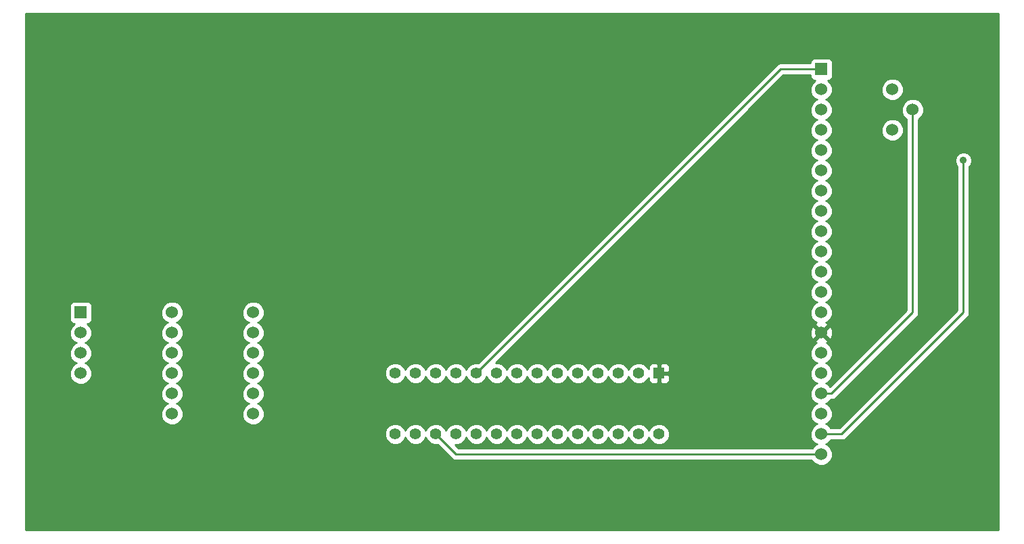
<source format=gbl>
G04 (created by PCBNEW (2013-07-07 BZR 4022)-stable) date 23/07/2015 14:49:57*
%MOIN*%
G04 Gerber Fmt 3.4, Leading zero omitted, Abs format*
%FSLAX34Y34*%
G01*
G70*
G90*
G04 APERTURE LIST*
%ADD10C,0.00590551*%
%ADD11C,0.06*%
%ADD12R,0.06X0.06*%
%ADD13C,0.055*%
%ADD14R,0.055X0.055*%
%ADD15C,0.035*%
%ADD16C,0.01*%
G04 APERTURE END LIST*
G54D10*
G54D11*
X111000Y-40000D03*
X110000Y-39000D03*
X110000Y-41000D03*
X106500Y-39000D03*
X106500Y-40000D03*
X106500Y-41000D03*
X106500Y-42000D03*
X106500Y-43000D03*
X106500Y-44000D03*
X106500Y-45000D03*
X106500Y-46000D03*
X106500Y-47000D03*
X106500Y-48000D03*
X106500Y-49000D03*
X106500Y-50000D03*
X106500Y-51000D03*
X106500Y-52000D03*
X106500Y-53000D03*
X106500Y-54000D03*
X106500Y-55000D03*
X106500Y-56000D03*
X106500Y-57000D03*
G54D12*
X106500Y-38000D03*
X70000Y-50000D03*
G54D11*
X70000Y-51000D03*
X70000Y-52000D03*
X70000Y-53000D03*
X74500Y-50000D03*
X74500Y-51000D03*
X74500Y-52000D03*
X74500Y-53000D03*
X74500Y-54000D03*
X74500Y-55000D03*
X78500Y-55000D03*
X78500Y-54000D03*
X78500Y-53000D03*
X78500Y-52000D03*
X78500Y-51000D03*
X78500Y-50000D03*
G54D13*
X97500Y-53000D03*
X96500Y-53000D03*
X95500Y-53000D03*
X94500Y-53000D03*
X93500Y-53000D03*
X92500Y-53000D03*
X91500Y-53000D03*
X90500Y-53000D03*
X89500Y-53000D03*
X88500Y-53000D03*
X87500Y-53000D03*
X86500Y-53000D03*
X85500Y-53000D03*
G54D14*
X98500Y-53000D03*
G54D13*
X85500Y-56000D03*
X86500Y-56000D03*
X87500Y-56000D03*
X88500Y-56000D03*
X89500Y-56000D03*
X90500Y-56000D03*
X91500Y-56000D03*
X92500Y-56000D03*
X93500Y-56000D03*
X94500Y-56000D03*
X95500Y-56000D03*
X96500Y-56000D03*
X97500Y-56000D03*
X98500Y-56000D03*
G54D15*
X113500Y-42500D03*
G54D16*
X106500Y-38000D02*
X104500Y-38000D01*
X104500Y-38000D02*
X89500Y-53000D01*
X106500Y-57000D02*
X88500Y-57000D01*
X88500Y-57000D02*
X87500Y-56000D01*
X106500Y-54000D02*
X107000Y-54000D01*
X111000Y-50000D02*
X111000Y-40000D01*
X107000Y-54000D02*
X111000Y-50000D01*
X107500Y-56000D02*
X106500Y-56000D01*
X113500Y-50000D02*
X107500Y-56000D01*
X113500Y-42500D02*
X113500Y-50000D01*
G54D10*
G36*
X115230Y-60730D02*
X113925Y-60730D01*
X113925Y-42415D01*
X113860Y-42259D01*
X113741Y-42139D01*
X113584Y-42075D01*
X113415Y-42074D01*
X113259Y-42139D01*
X113139Y-42258D01*
X113075Y-42415D01*
X113074Y-42584D01*
X113139Y-42740D01*
X113200Y-42801D01*
X113200Y-49875D01*
X107375Y-55700D01*
X106971Y-55700D01*
X106966Y-55688D01*
X106811Y-55534D01*
X106730Y-55500D01*
X106811Y-55466D01*
X106965Y-55311D01*
X107049Y-55109D01*
X107050Y-54891D01*
X106966Y-54688D01*
X106811Y-54534D01*
X106730Y-54500D01*
X106811Y-54466D01*
X106965Y-54311D01*
X106970Y-54300D01*
X107000Y-54300D01*
X107000Y-54299D01*
X107114Y-54277D01*
X107114Y-54277D01*
X107212Y-54212D01*
X111212Y-50212D01*
X111212Y-50212D01*
X111277Y-50114D01*
X111299Y-50000D01*
X111300Y-50000D01*
X111300Y-40471D01*
X111311Y-40466D01*
X111465Y-40311D01*
X111549Y-40109D01*
X111550Y-39891D01*
X111466Y-39688D01*
X111311Y-39534D01*
X111109Y-39450D01*
X110891Y-39449D01*
X110688Y-39533D01*
X110550Y-39671D01*
X110550Y-38891D01*
X110466Y-38688D01*
X110311Y-38534D01*
X110109Y-38450D01*
X109891Y-38449D01*
X109688Y-38533D01*
X109534Y-38688D01*
X109450Y-38890D01*
X109449Y-39108D01*
X109533Y-39311D01*
X109688Y-39465D01*
X109890Y-39549D01*
X110108Y-39550D01*
X110311Y-39466D01*
X110465Y-39311D01*
X110549Y-39109D01*
X110550Y-38891D01*
X110550Y-39671D01*
X110534Y-39688D01*
X110450Y-39890D01*
X110449Y-40108D01*
X110533Y-40311D01*
X110688Y-40465D01*
X110700Y-40470D01*
X110700Y-49875D01*
X110550Y-50025D01*
X110550Y-40891D01*
X110466Y-40688D01*
X110311Y-40534D01*
X110109Y-40450D01*
X109891Y-40449D01*
X109688Y-40533D01*
X109534Y-40688D01*
X109450Y-40890D01*
X109449Y-41108D01*
X109533Y-41311D01*
X109688Y-41465D01*
X109890Y-41549D01*
X110108Y-41550D01*
X110311Y-41466D01*
X110465Y-41311D01*
X110549Y-41109D01*
X110550Y-40891D01*
X110550Y-50025D01*
X107054Y-53520D01*
X107054Y-51081D01*
X107050Y-50988D01*
X107050Y-49891D01*
X106966Y-49688D01*
X106811Y-49534D01*
X106730Y-49500D01*
X106811Y-49466D01*
X106965Y-49311D01*
X107049Y-49109D01*
X107050Y-48891D01*
X106966Y-48688D01*
X106811Y-48534D01*
X106730Y-48500D01*
X106811Y-48466D01*
X106965Y-48311D01*
X107049Y-48109D01*
X107050Y-47891D01*
X106966Y-47688D01*
X106811Y-47534D01*
X106730Y-47500D01*
X106811Y-47466D01*
X106965Y-47311D01*
X107049Y-47109D01*
X107050Y-46891D01*
X106966Y-46688D01*
X106811Y-46534D01*
X106730Y-46500D01*
X106811Y-46466D01*
X106965Y-46311D01*
X107049Y-46109D01*
X107050Y-45891D01*
X106966Y-45688D01*
X106811Y-45534D01*
X106730Y-45500D01*
X106811Y-45466D01*
X106965Y-45311D01*
X107049Y-45109D01*
X107050Y-44891D01*
X106966Y-44688D01*
X106811Y-44534D01*
X106730Y-44500D01*
X106811Y-44466D01*
X106965Y-44311D01*
X107049Y-44109D01*
X107050Y-43891D01*
X106966Y-43688D01*
X106811Y-43534D01*
X106730Y-43500D01*
X106811Y-43466D01*
X106965Y-43311D01*
X107049Y-43109D01*
X107050Y-42891D01*
X106966Y-42688D01*
X106811Y-42534D01*
X106730Y-42500D01*
X106811Y-42466D01*
X106965Y-42311D01*
X107049Y-42109D01*
X107050Y-41891D01*
X106966Y-41688D01*
X106811Y-41534D01*
X106730Y-41500D01*
X106811Y-41466D01*
X106965Y-41311D01*
X107049Y-41109D01*
X107050Y-40891D01*
X106966Y-40688D01*
X106811Y-40534D01*
X106730Y-40500D01*
X106811Y-40466D01*
X106965Y-40311D01*
X107049Y-40109D01*
X107050Y-39891D01*
X106966Y-39688D01*
X106811Y-39534D01*
X106730Y-39500D01*
X106811Y-39466D01*
X106965Y-39311D01*
X107049Y-39109D01*
X107050Y-38891D01*
X106966Y-38688D01*
X106827Y-38550D01*
X106849Y-38550D01*
X106941Y-38512D01*
X107011Y-38441D01*
X107049Y-38349D01*
X107050Y-38250D01*
X107050Y-37650D01*
X107012Y-37558D01*
X106941Y-37488D01*
X106849Y-37450D01*
X106750Y-37449D01*
X106150Y-37449D01*
X106058Y-37487D01*
X105988Y-37558D01*
X105950Y-37650D01*
X105950Y-37700D01*
X104500Y-37700D01*
X104385Y-37722D01*
X104287Y-37787D01*
X89600Y-52475D01*
X89396Y-52474D01*
X89203Y-52554D01*
X89055Y-52702D01*
X88999Y-52835D01*
X88945Y-52703D01*
X88797Y-52555D01*
X88604Y-52475D01*
X88396Y-52474D01*
X88203Y-52554D01*
X88055Y-52702D01*
X87999Y-52835D01*
X87945Y-52703D01*
X87797Y-52555D01*
X87604Y-52475D01*
X87396Y-52474D01*
X87203Y-52554D01*
X87055Y-52702D01*
X86999Y-52835D01*
X86945Y-52703D01*
X86797Y-52555D01*
X86604Y-52475D01*
X86396Y-52474D01*
X86203Y-52554D01*
X86055Y-52702D01*
X85999Y-52835D01*
X85945Y-52703D01*
X85797Y-52555D01*
X85604Y-52475D01*
X85396Y-52474D01*
X85203Y-52554D01*
X85055Y-52702D01*
X84975Y-52895D01*
X84974Y-53103D01*
X85054Y-53297D01*
X85202Y-53444D01*
X85395Y-53524D01*
X85603Y-53525D01*
X85797Y-53445D01*
X85944Y-53297D01*
X86000Y-53164D01*
X86054Y-53297D01*
X86202Y-53444D01*
X86395Y-53524D01*
X86603Y-53525D01*
X86797Y-53445D01*
X86944Y-53297D01*
X87000Y-53164D01*
X87054Y-53297D01*
X87202Y-53444D01*
X87395Y-53524D01*
X87603Y-53525D01*
X87797Y-53445D01*
X87944Y-53297D01*
X88000Y-53164D01*
X88054Y-53297D01*
X88202Y-53444D01*
X88395Y-53524D01*
X88603Y-53525D01*
X88797Y-53445D01*
X88944Y-53297D01*
X89000Y-53164D01*
X89054Y-53297D01*
X89202Y-53444D01*
X89395Y-53524D01*
X89603Y-53525D01*
X89797Y-53445D01*
X89944Y-53297D01*
X90000Y-53164D01*
X90054Y-53297D01*
X90202Y-53444D01*
X90395Y-53524D01*
X90603Y-53525D01*
X90797Y-53445D01*
X90944Y-53297D01*
X91000Y-53164D01*
X91054Y-53297D01*
X91202Y-53444D01*
X91395Y-53524D01*
X91603Y-53525D01*
X91797Y-53445D01*
X91944Y-53297D01*
X92000Y-53164D01*
X92054Y-53297D01*
X92202Y-53444D01*
X92395Y-53524D01*
X92603Y-53525D01*
X92797Y-53445D01*
X92944Y-53297D01*
X93000Y-53164D01*
X93054Y-53297D01*
X93202Y-53444D01*
X93395Y-53524D01*
X93603Y-53525D01*
X93797Y-53445D01*
X93944Y-53297D01*
X94000Y-53164D01*
X94054Y-53297D01*
X94202Y-53444D01*
X94395Y-53524D01*
X94603Y-53525D01*
X94797Y-53445D01*
X94944Y-53297D01*
X95000Y-53164D01*
X95054Y-53297D01*
X95202Y-53444D01*
X95395Y-53524D01*
X95603Y-53525D01*
X95797Y-53445D01*
X95944Y-53297D01*
X96000Y-53164D01*
X96054Y-53297D01*
X96202Y-53444D01*
X96395Y-53524D01*
X96603Y-53525D01*
X96797Y-53445D01*
X96944Y-53297D01*
X97000Y-53164D01*
X97054Y-53297D01*
X97202Y-53444D01*
X97395Y-53524D01*
X97603Y-53525D01*
X97797Y-53445D01*
X97944Y-53297D01*
X97974Y-53225D01*
X97974Y-53225D01*
X97975Y-53324D01*
X98013Y-53416D01*
X98083Y-53487D01*
X98175Y-53525D01*
X98387Y-53525D01*
X98450Y-53462D01*
X98450Y-53050D01*
X98442Y-53050D01*
X98442Y-52950D01*
X98450Y-52950D01*
X98450Y-52537D01*
X98387Y-52475D01*
X98175Y-52474D01*
X98083Y-52512D01*
X98013Y-52583D01*
X97975Y-52675D01*
X97974Y-52774D01*
X97974Y-52774D01*
X97945Y-52703D01*
X97797Y-52555D01*
X97604Y-52475D01*
X97396Y-52474D01*
X97203Y-52554D01*
X97055Y-52702D01*
X96999Y-52835D01*
X96945Y-52703D01*
X96797Y-52555D01*
X96604Y-52475D01*
X96396Y-52474D01*
X96203Y-52554D01*
X96055Y-52702D01*
X95999Y-52835D01*
X95945Y-52703D01*
X95797Y-52555D01*
X95604Y-52475D01*
X95396Y-52474D01*
X95203Y-52554D01*
X95055Y-52702D01*
X94999Y-52835D01*
X94945Y-52703D01*
X94797Y-52555D01*
X94604Y-52475D01*
X94396Y-52474D01*
X94203Y-52554D01*
X94055Y-52702D01*
X93999Y-52835D01*
X93945Y-52703D01*
X93797Y-52555D01*
X93604Y-52475D01*
X93396Y-52474D01*
X93203Y-52554D01*
X93055Y-52702D01*
X92999Y-52835D01*
X92945Y-52703D01*
X92797Y-52555D01*
X92604Y-52475D01*
X92396Y-52474D01*
X92203Y-52554D01*
X92055Y-52702D01*
X91999Y-52835D01*
X91945Y-52703D01*
X91797Y-52555D01*
X91604Y-52475D01*
X91396Y-52474D01*
X91203Y-52554D01*
X91055Y-52702D01*
X90999Y-52835D01*
X90945Y-52703D01*
X90797Y-52555D01*
X90604Y-52475D01*
X90449Y-52474D01*
X104624Y-38300D01*
X105949Y-38300D01*
X105949Y-38349D01*
X105987Y-38441D01*
X106058Y-38511D01*
X106150Y-38549D01*
X106172Y-38549D01*
X106034Y-38688D01*
X105950Y-38890D01*
X105949Y-39108D01*
X106033Y-39311D01*
X106188Y-39465D01*
X106269Y-39499D01*
X106188Y-39533D01*
X106034Y-39688D01*
X105950Y-39890D01*
X105949Y-40108D01*
X106033Y-40311D01*
X106188Y-40465D01*
X106269Y-40499D01*
X106188Y-40533D01*
X106034Y-40688D01*
X105950Y-40890D01*
X105949Y-41108D01*
X106033Y-41311D01*
X106188Y-41465D01*
X106269Y-41499D01*
X106188Y-41533D01*
X106034Y-41688D01*
X105950Y-41890D01*
X105949Y-42108D01*
X106033Y-42311D01*
X106188Y-42465D01*
X106269Y-42499D01*
X106188Y-42533D01*
X106034Y-42688D01*
X105950Y-42890D01*
X105949Y-43108D01*
X106033Y-43311D01*
X106188Y-43465D01*
X106269Y-43499D01*
X106188Y-43533D01*
X106034Y-43688D01*
X105950Y-43890D01*
X105949Y-44108D01*
X106033Y-44311D01*
X106188Y-44465D01*
X106269Y-44499D01*
X106188Y-44533D01*
X106034Y-44688D01*
X105950Y-44890D01*
X105949Y-45108D01*
X106033Y-45311D01*
X106188Y-45465D01*
X106269Y-45499D01*
X106188Y-45533D01*
X106034Y-45688D01*
X105950Y-45890D01*
X105949Y-46108D01*
X106033Y-46311D01*
X106188Y-46465D01*
X106269Y-46499D01*
X106188Y-46533D01*
X106034Y-46688D01*
X105950Y-46890D01*
X105949Y-47108D01*
X106033Y-47311D01*
X106188Y-47465D01*
X106269Y-47499D01*
X106188Y-47533D01*
X106034Y-47688D01*
X105950Y-47890D01*
X105949Y-48108D01*
X106033Y-48311D01*
X106188Y-48465D01*
X106269Y-48499D01*
X106188Y-48533D01*
X106034Y-48688D01*
X105950Y-48890D01*
X105949Y-49108D01*
X106033Y-49311D01*
X106188Y-49465D01*
X106269Y-49499D01*
X106188Y-49533D01*
X106034Y-49688D01*
X105950Y-49890D01*
X105949Y-50108D01*
X106033Y-50311D01*
X106188Y-50465D01*
X106263Y-50497D01*
X106212Y-50518D01*
X106184Y-50614D01*
X106500Y-50929D01*
X106815Y-50614D01*
X106787Y-50518D01*
X106732Y-50499D01*
X106811Y-50466D01*
X106965Y-50311D01*
X107049Y-50109D01*
X107050Y-49891D01*
X107050Y-50988D01*
X107043Y-50863D01*
X106981Y-50712D01*
X106885Y-50684D01*
X106570Y-51000D01*
X106885Y-51315D01*
X106981Y-51287D01*
X107054Y-51081D01*
X107054Y-53520D01*
X106926Y-53648D01*
X106811Y-53534D01*
X106730Y-53500D01*
X106811Y-53466D01*
X106965Y-53311D01*
X107049Y-53109D01*
X107050Y-52891D01*
X106966Y-52688D01*
X106811Y-52534D01*
X106730Y-52500D01*
X106811Y-52466D01*
X106965Y-52311D01*
X107049Y-52109D01*
X107050Y-51891D01*
X106966Y-51688D01*
X106811Y-51534D01*
X106736Y-51502D01*
X106787Y-51481D01*
X106815Y-51385D01*
X106500Y-51070D01*
X106429Y-51141D01*
X106429Y-51000D01*
X106114Y-50684D01*
X106018Y-50712D01*
X105945Y-50918D01*
X105956Y-51136D01*
X106018Y-51287D01*
X106114Y-51315D01*
X106429Y-51000D01*
X106429Y-51141D01*
X106184Y-51385D01*
X106212Y-51481D01*
X106267Y-51500D01*
X106188Y-51533D01*
X106034Y-51688D01*
X105950Y-51890D01*
X105949Y-52108D01*
X106033Y-52311D01*
X106188Y-52465D01*
X106269Y-52499D01*
X106188Y-52533D01*
X106034Y-52688D01*
X105950Y-52890D01*
X105949Y-53108D01*
X106033Y-53311D01*
X106188Y-53465D01*
X106269Y-53499D01*
X106188Y-53533D01*
X106034Y-53688D01*
X105950Y-53890D01*
X105949Y-54108D01*
X106033Y-54311D01*
X106188Y-54465D01*
X106269Y-54499D01*
X106188Y-54533D01*
X106034Y-54688D01*
X105950Y-54890D01*
X105949Y-55108D01*
X106033Y-55311D01*
X106188Y-55465D01*
X106269Y-55499D01*
X106188Y-55533D01*
X106034Y-55688D01*
X105950Y-55890D01*
X105949Y-56108D01*
X106033Y-56311D01*
X106188Y-56465D01*
X106269Y-56499D01*
X106188Y-56533D01*
X106034Y-56688D01*
X106029Y-56700D01*
X88624Y-56700D01*
X88449Y-56524D01*
X88603Y-56525D01*
X88797Y-56445D01*
X88944Y-56297D01*
X89000Y-56164D01*
X89054Y-56297D01*
X89202Y-56444D01*
X89395Y-56524D01*
X89603Y-56525D01*
X89797Y-56445D01*
X89944Y-56297D01*
X90000Y-56164D01*
X90054Y-56297D01*
X90202Y-56444D01*
X90395Y-56524D01*
X90603Y-56525D01*
X90797Y-56445D01*
X90944Y-56297D01*
X91000Y-56164D01*
X91054Y-56297D01*
X91202Y-56444D01*
X91395Y-56524D01*
X91603Y-56525D01*
X91797Y-56445D01*
X91944Y-56297D01*
X92000Y-56164D01*
X92054Y-56297D01*
X92202Y-56444D01*
X92395Y-56524D01*
X92603Y-56525D01*
X92797Y-56445D01*
X92944Y-56297D01*
X93000Y-56164D01*
X93054Y-56297D01*
X93202Y-56444D01*
X93395Y-56524D01*
X93603Y-56525D01*
X93797Y-56445D01*
X93944Y-56297D01*
X94000Y-56164D01*
X94054Y-56297D01*
X94202Y-56444D01*
X94395Y-56524D01*
X94603Y-56525D01*
X94797Y-56445D01*
X94944Y-56297D01*
X95000Y-56164D01*
X95054Y-56297D01*
X95202Y-56444D01*
X95395Y-56524D01*
X95603Y-56525D01*
X95797Y-56445D01*
X95944Y-56297D01*
X96000Y-56164D01*
X96054Y-56297D01*
X96202Y-56444D01*
X96395Y-56524D01*
X96603Y-56525D01*
X96797Y-56445D01*
X96944Y-56297D01*
X97000Y-56164D01*
X97054Y-56297D01*
X97202Y-56444D01*
X97395Y-56524D01*
X97603Y-56525D01*
X97797Y-56445D01*
X97944Y-56297D01*
X98000Y-56164D01*
X98054Y-56297D01*
X98202Y-56444D01*
X98395Y-56524D01*
X98603Y-56525D01*
X98797Y-56445D01*
X98944Y-56297D01*
X99024Y-56104D01*
X99025Y-55896D01*
X99025Y-55895D01*
X99025Y-53225D01*
X99025Y-52774D01*
X99024Y-52675D01*
X98986Y-52583D01*
X98916Y-52512D01*
X98824Y-52474D01*
X98612Y-52475D01*
X98550Y-52537D01*
X98550Y-52950D01*
X98962Y-52950D01*
X99025Y-52887D01*
X99025Y-52774D01*
X99025Y-53225D01*
X99025Y-53112D01*
X98962Y-53050D01*
X98550Y-53050D01*
X98550Y-53462D01*
X98612Y-53525D01*
X98824Y-53525D01*
X98916Y-53487D01*
X98986Y-53416D01*
X99024Y-53324D01*
X99025Y-53225D01*
X99025Y-55895D01*
X98945Y-55703D01*
X98797Y-55555D01*
X98604Y-55475D01*
X98396Y-55474D01*
X98203Y-55554D01*
X98055Y-55702D01*
X97999Y-55835D01*
X97945Y-55703D01*
X97797Y-55555D01*
X97604Y-55475D01*
X97396Y-55474D01*
X97203Y-55554D01*
X97055Y-55702D01*
X96999Y-55835D01*
X96945Y-55703D01*
X96797Y-55555D01*
X96604Y-55475D01*
X96396Y-55474D01*
X96203Y-55554D01*
X96055Y-55702D01*
X95999Y-55835D01*
X95945Y-55703D01*
X95797Y-55555D01*
X95604Y-55475D01*
X95396Y-55474D01*
X95203Y-55554D01*
X95055Y-55702D01*
X94999Y-55835D01*
X94945Y-55703D01*
X94797Y-55555D01*
X94604Y-55475D01*
X94396Y-55474D01*
X94203Y-55554D01*
X94055Y-55702D01*
X93999Y-55835D01*
X93945Y-55703D01*
X93797Y-55555D01*
X93604Y-55475D01*
X93396Y-55474D01*
X93203Y-55554D01*
X93055Y-55702D01*
X92999Y-55835D01*
X92945Y-55703D01*
X92797Y-55555D01*
X92604Y-55475D01*
X92396Y-55474D01*
X92203Y-55554D01*
X92055Y-55702D01*
X91999Y-55835D01*
X91945Y-55703D01*
X91797Y-55555D01*
X91604Y-55475D01*
X91396Y-55474D01*
X91203Y-55554D01*
X91055Y-55702D01*
X90999Y-55835D01*
X90945Y-55703D01*
X90797Y-55555D01*
X90604Y-55475D01*
X90396Y-55474D01*
X90203Y-55554D01*
X90055Y-55702D01*
X89999Y-55835D01*
X89945Y-55703D01*
X89797Y-55555D01*
X89604Y-55475D01*
X89396Y-55474D01*
X89203Y-55554D01*
X89055Y-55702D01*
X88999Y-55835D01*
X88945Y-55703D01*
X88797Y-55555D01*
X88604Y-55475D01*
X88396Y-55474D01*
X88203Y-55554D01*
X88055Y-55702D01*
X87999Y-55835D01*
X87945Y-55703D01*
X87797Y-55555D01*
X87604Y-55475D01*
X87396Y-55474D01*
X87203Y-55554D01*
X87055Y-55702D01*
X86999Y-55835D01*
X86945Y-55703D01*
X86797Y-55555D01*
X86604Y-55475D01*
X86396Y-55474D01*
X86203Y-55554D01*
X86055Y-55702D01*
X85999Y-55835D01*
X85945Y-55703D01*
X85797Y-55555D01*
X85604Y-55475D01*
X85396Y-55474D01*
X85203Y-55554D01*
X85055Y-55702D01*
X84975Y-55895D01*
X84974Y-56103D01*
X85054Y-56297D01*
X85202Y-56444D01*
X85395Y-56524D01*
X85603Y-56525D01*
X85797Y-56445D01*
X85944Y-56297D01*
X86000Y-56164D01*
X86054Y-56297D01*
X86202Y-56444D01*
X86395Y-56524D01*
X86603Y-56525D01*
X86797Y-56445D01*
X86944Y-56297D01*
X87000Y-56164D01*
X87054Y-56297D01*
X87202Y-56444D01*
X87395Y-56524D01*
X87600Y-56525D01*
X88287Y-57212D01*
X88287Y-57212D01*
X88385Y-57277D01*
X88500Y-57300D01*
X106028Y-57300D01*
X106033Y-57311D01*
X106188Y-57465D01*
X106390Y-57549D01*
X106608Y-57550D01*
X106811Y-57466D01*
X106965Y-57311D01*
X107049Y-57109D01*
X107050Y-56891D01*
X106966Y-56688D01*
X106811Y-56534D01*
X106730Y-56500D01*
X106811Y-56466D01*
X106965Y-56311D01*
X106970Y-56300D01*
X107500Y-56300D01*
X107500Y-56299D01*
X107614Y-56277D01*
X107614Y-56277D01*
X107712Y-56212D01*
X113712Y-50212D01*
X113712Y-50212D01*
X113777Y-50114D01*
X113799Y-50000D01*
X113800Y-50000D01*
X113800Y-42801D01*
X113860Y-42741D01*
X113924Y-42584D01*
X113925Y-42415D01*
X113925Y-60730D01*
X79050Y-60730D01*
X79050Y-54891D01*
X78966Y-54688D01*
X78811Y-54534D01*
X78730Y-54500D01*
X78811Y-54466D01*
X78965Y-54311D01*
X79049Y-54109D01*
X79050Y-53891D01*
X78966Y-53688D01*
X78811Y-53534D01*
X78730Y-53500D01*
X78811Y-53466D01*
X78965Y-53311D01*
X79049Y-53109D01*
X79050Y-52891D01*
X78966Y-52688D01*
X78811Y-52534D01*
X78730Y-52500D01*
X78811Y-52466D01*
X78965Y-52311D01*
X79049Y-52109D01*
X79050Y-51891D01*
X78966Y-51688D01*
X78811Y-51534D01*
X78730Y-51500D01*
X78811Y-51466D01*
X78965Y-51311D01*
X79049Y-51109D01*
X79050Y-50891D01*
X78966Y-50688D01*
X78811Y-50534D01*
X78730Y-50500D01*
X78811Y-50466D01*
X78965Y-50311D01*
X79049Y-50109D01*
X79050Y-49891D01*
X78966Y-49688D01*
X78811Y-49534D01*
X78609Y-49450D01*
X78391Y-49449D01*
X78188Y-49533D01*
X78034Y-49688D01*
X77950Y-49890D01*
X77949Y-50108D01*
X78033Y-50311D01*
X78188Y-50465D01*
X78269Y-50499D01*
X78188Y-50533D01*
X78034Y-50688D01*
X77950Y-50890D01*
X77949Y-51108D01*
X78033Y-51311D01*
X78188Y-51465D01*
X78269Y-51499D01*
X78188Y-51533D01*
X78034Y-51688D01*
X77950Y-51890D01*
X77949Y-52108D01*
X78033Y-52311D01*
X78188Y-52465D01*
X78269Y-52499D01*
X78188Y-52533D01*
X78034Y-52688D01*
X77950Y-52890D01*
X77949Y-53108D01*
X78033Y-53311D01*
X78188Y-53465D01*
X78269Y-53499D01*
X78188Y-53533D01*
X78034Y-53688D01*
X77950Y-53890D01*
X77949Y-54108D01*
X78033Y-54311D01*
X78188Y-54465D01*
X78269Y-54499D01*
X78188Y-54533D01*
X78034Y-54688D01*
X77950Y-54890D01*
X77949Y-55108D01*
X78033Y-55311D01*
X78188Y-55465D01*
X78390Y-55549D01*
X78608Y-55550D01*
X78811Y-55466D01*
X78965Y-55311D01*
X79049Y-55109D01*
X79050Y-54891D01*
X79050Y-60730D01*
X75050Y-60730D01*
X75050Y-54891D01*
X74966Y-54688D01*
X74811Y-54534D01*
X74730Y-54500D01*
X74811Y-54466D01*
X74965Y-54311D01*
X75049Y-54109D01*
X75050Y-53891D01*
X74966Y-53688D01*
X74811Y-53534D01*
X74730Y-53500D01*
X74811Y-53466D01*
X74965Y-53311D01*
X75049Y-53109D01*
X75050Y-52891D01*
X74966Y-52688D01*
X74811Y-52534D01*
X74730Y-52500D01*
X74811Y-52466D01*
X74965Y-52311D01*
X75049Y-52109D01*
X75050Y-51891D01*
X74966Y-51688D01*
X74811Y-51534D01*
X74730Y-51500D01*
X74811Y-51466D01*
X74965Y-51311D01*
X75049Y-51109D01*
X75050Y-50891D01*
X74966Y-50688D01*
X74811Y-50534D01*
X74730Y-50500D01*
X74811Y-50466D01*
X74965Y-50311D01*
X75049Y-50109D01*
X75050Y-49891D01*
X74966Y-49688D01*
X74811Y-49534D01*
X74609Y-49450D01*
X74391Y-49449D01*
X74188Y-49533D01*
X74034Y-49688D01*
X73950Y-49890D01*
X73949Y-50108D01*
X74033Y-50311D01*
X74188Y-50465D01*
X74269Y-50499D01*
X74188Y-50533D01*
X74034Y-50688D01*
X73950Y-50890D01*
X73949Y-51108D01*
X74033Y-51311D01*
X74188Y-51465D01*
X74269Y-51499D01*
X74188Y-51533D01*
X74034Y-51688D01*
X73950Y-51890D01*
X73949Y-52108D01*
X74033Y-52311D01*
X74188Y-52465D01*
X74269Y-52499D01*
X74188Y-52533D01*
X74034Y-52688D01*
X73950Y-52890D01*
X73949Y-53108D01*
X74033Y-53311D01*
X74188Y-53465D01*
X74269Y-53499D01*
X74188Y-53533D01*
X74034Y-53688D01*
X73950Y-53890D01*
X73949Y-54108D01*
X74033Y-54311D01*
X74188Y-54465D01*
X74269Y-54499D01*
X74188Y-54533D01*
X74034Y-54688D01*
X73950Y-54890D01*
X73949Y-55108D01*
X74033Y-55311D01*
X74188Y-55465D01*
X74390Y-55549D01*
X74608Y-55550D01*
X74811Y-55466D01*
X74965Y-55311D01*
X75049Y-55109D01*
X75050Y-54891D01*
X75050Y-60730D01*
X70550Y-60730D01*
X70550Y-52891D01*
X70466Y-52688D01*
X70311Y-52534D01*
X70230Y-52500D01*
X70311Y-52466D01*
X70465Y-52311D01*
X70549Y-52109D01*
X70550Y-51891D01*
X70466Y-51688D01*
X70311Y-51534D01*
X70230Y-51500D01*
X70311Y-51466D01*
X70465Y-51311D01*
X70549Y-51109D01*
X70550Y-50891D01*
X70466Y-50688D01*
X70327Y-50550D01*
X70349Y-50550D01*
X70441Y-50512D01*
X70511Y-50441D01*
X70549Y-50349D01*
X70550Y-50250D01*
X70550Y-49650D01*
X70512Y-49558D01*
X70441Y-49488D01*
X70349Y-49450D01*
X70250Y-49449D01*
X69650Y-49449D01*
X69558Y-49487D01*
X69488Y-49558D01*
X69450Y-49650D01*
X69449Y-49749D01*
X69449Y-50349D01*
X69487Y-50441D01*
X69558Y-50511D01*
X69650Y-50549D01*
X69672Y-50549D01*
X69534Y-50688D01*
X69450Y-50890D01*
X69449Y-51108D01*
X69533Y-51311D01*
X69688Y-51465D01*
X69769Y-51499D01*
X69688Y-51533D01*
X69534Y-51688D01*
X69450Y-51890D01*
X69449Y-52108D01*
X69533Y-52311D01*
X69688Y-52465D01*
X69769Y-52499D01*
X69688Y-52533D01*
X69534Y-52688D01*
X69450Y-52890D01*
X69449Y-53108D01*
X69533Y-53311D01*
X69688Y-53465D01*
X69890Y-53549D01*
X70108Y-53550D01*
X70311Y-53466D01*
X70465Y-53311D01*
X70549Y-53109D01*
X70550Y-52891D01*
X70550Y-60730D01*
X67269Y-60730D01*
X67269Y-35269D01*
X67500Y-35269D01*
X115230Y-35269D01*
X115230Y-60730D01*
X115230Y-60730D01*
G37*
G54D16*
X115230Y-60730D02*
X113925Y-60730D01*
X113925Y-42415D01*
X113860Y-42259D01*
X113741Y-42139D01*
X113584Y-42075D01*
X113415Y-42074D01*
X113259Y-42139D01*
X113139Y-42258D01*
X113075Y-42415D01*
X113074Y-42584D01*
X113139Y-42740D01*
X113200Y-42801D01*
X113200Y-49875D01*
X107375Y-55700D01*
X106971Y-55700D01*
X106966Y-55688D01*
X106811Y-55534D01*
X106730Y-55500D01*
X106811Y-55466D01*
X106965Y-55311D01*
X107049Y-55109D01*
X107050Y-54891D01*
X106966Y-54688D01*
X106811Y-54534D01*
X106730Y-54500D01*
X106811Y-54466D01*
X106965Y-54311D01*
X106970Y-54300D01*
X107000Y-54300D01*
X107000Y-54299D01*
X107114Y-54277D01*
X107114Y-54277D01*
X107212Y-54212D01*
X111212Y-50212D01*
X111212Y-50212D01*
X111277Y-50114D01*
X111299Y-50000D01*
X111300Y-50000D01*
X111300Y-40471D01*
X111311Y-40466D01*
X111465Y-40311D01*
X111549Y-40109D01*
X111550Y-39891D01*
X111466Y-39688D01*
X111311Y-39534D01*
X111109Y-39450D01*
X110891Y-39449D01*
X110688Y-39533D01*
X110550Y-39671D01*
X110550Y-38891D01*
X110466Y-38688D01*
X110311Y-38534D01*
X110109Y-38450D01*
X109891Y-38449D01*
X109688Y-38533D01*
X109534Y-38688D01*
X109450Y-38890D01*
X109449Y-39108D01*
X109533Y-39311D01*
X109688Y-39465D01*
X109890Y-39549D01*
X110108Y-39550D01*
X110311Y-39466D01*
X110465Y-39311D01*
X110549Y-39109D01*
X110550Y-38891D01*
X110550Y-39671D01*
X110534Y-39688D01*
X110450Y-39890D01*
X110449Y-40108D01*
X110533Y-40311D01*
X110688Y-40465D01*
X110700Y-40470D01*
X110700Y-49875D01*
X110550Y-50025D01*
X110550Y-40891D01*
X110466Y-40688D01*
X110311Y-40534D01*
X110109Y-40450D01*
X109891Y-40449D01*
X109688Y-40533D01*
X109534Y-40688D01*
X109450Y-40890D01*
X109449Y-41108D01*
X109533Y-41311D01*
X109688Y-41465D01*
X109890Y-41549D01*
X110108Y-41550D01*
X110311Y-41466D01*
X110465Y-41311D01*
X110549Y-41109D01*
X110550Y-40891D01*
X110550Y-50025D01*
X107054Y-53520D01*
X107054Y-51081D01*
X107050Y-50988D01*
X107050Y-49891D01*
X106966Y-49688D01*
X106811Y-49534D01*
X106730Y-49500D01*
X106811Y-49466D01*
X106965Y-49311D01*
X107049Y-49109D01*
X107050Y-48891D01*
X106966Y-48688D01*
X106811Y-48534D01*
X106730Y-48500D01*
X106811Y-48466D01*
X106965Y-48311D01*
X107049Y-48109D01*
X107050Y-47891D01*
X106966Y-47688D01*
X106811Y-47534D01*
X106730Y-47500D01*
X106811Y-47466D01*
X106965Y-47311D01*
X107049Y-47109D01*
X107050Y-46891D01*
X106966Y-46688D01*
X106811Y-46534D01*
X106730Y-46500D01*
X106811Y-46466D01*
X106965Y-46311D01*
X107049Y-46109D01*
X107050Y-45891D01*
X106966Y-45688D01*
X106811Y-45534D01*
X106730Y-45500D01*
X106811Y-45466D01*
X106965Y-45311D01*
X107049Y-45109D01*
X107050Y-44891D01*
X106966Y-44688D01*
X106811Y-44534D01*
X106730Y-44500D01*
X106811Y-44466D01*
X106965Y-44311D01*
X107049Y-44109D01*
X107050Y-43891D01*
X106966Y-43688D01*
X106811Y-43534D01*
X106730Y-43500D01*
X106811Y-43466D01*
X106965Y-43311D01*
X107049Y-43109D01*
X107050Y-42891D01*
X106966Y-42688D01*
X106811Y-42534D01*
X106730Y-42500D01*
X106811Y-42466D01*
X106965Y-42311D01*
X107049Y-42109D01*
X107050Y-41891D01*
X106966Y-41688D01*
X106811Y-41534D01*
X106730Y-41500D01*
X106811Y-41466D01*
X106965Y-41311D01*
X107049Y-41109D01*
X107050Y-40891D01*
X106966Y-40688D01*
X106811Y-40534D01*
X106730Y-40500D01*
X106811Y-40466D01*
X106965Y-40311D01*
X107049Y-40109D01*
X107050Y-39891D01*
X106966Y-39688D01*
X106811Y-39534D01*
X106730Y-39500D01*
X106811Y-39466D01*
X106965Y-39311D01*
X107049Y-39109D01*
X107050Y-38891D01*
X106966Y-38688D01*
X106827Y-38550D01*
X106849Y-38550D01*
X106941Y-38512D01*
X107011Y-38441D01*
X107049Y-38349D01*
X107050Y-38250D01*
X107050Y-37650D01*
X107012Y-37558D01*
X106941Y-37488D01*
X106849Y-37450D01*
X106750Y-37449D01*
X106150Y-37449D01*
X106058Y-37487D01*
X105988Y-37558D01*
X105950Y-37650D01*
X105950Y-37700D01*
X104500Y-37700D01*
X104385Y-37722D01*
X104287Y-37787D01*
X89600Y-52475D01*
X89396Y-52474D01*
X89203Y-52554D01*
X89055Y-52702D01*
X88999Y-52835D01*
X88945Y-52703D01*
X88797Y-52555D01*
X88604Y-52475D01*
X88396Y-52474D01*
X88203Y-52554D01*
X88055Y-52702D01*
X87999Y-52835D01*
X87945Y-52703D01*
X87797Y-52555D01*
X87604Y-52475D01*
X87396Y-52474D01*
X87203Y-52554D01*
X87055Y-52702D01*
X86999Y-52835D01*
X86945Y-52703D01*
X86797Y-52555D01*
X86604Y-52475D01*
X86396Y-52474D01*
X86203Y-52554D01*
X86055Y-52702D01*
X85999Y-52835D01*
X85945Y-52703D01*
X85797Y-52555D01*
X85604Y-52475D01*
X85396Y-52474D01*
X85203Y-52554D01*
X85055Y-52702D01*
X84975Y-52895D01*
X84974Y-53103D01*
X85054Y-53297D01*
X85202Y-53444D01*
X85395Y-53524D01*
X85603Y-53525D01*
X85797Y-53445D01*
X85944Y-53297D01*
X86000Y-53164D01*
X86054Y-53297D01*
X86202Y-53444D01*
X86395Y-53524D01*
X86603Y-53525D01*
X86797Y-53445D01*
X86944Y-53297D01*
X87000Y-53164D01*
X87054Y-53297D01*
X87202Y-53444D01*
X87395Y-53524D01*
X87603Y-53525D01*
X87797Y-53445D01*
X87944Y-53297D01*
X88000Y-53164D01*
X88054Y-53297D01*
X88202Y-53444D01*
X88395Y-53524D01*
X88603Y-53525D01*
X88797Y-53445D01*
X88944Y-53297D01*
X89000Y-53164D01*
X89054Y-53297D01*
X89202Y-53444D01*
X89395Y-53524D01*
X89603Y-53525D01*
X89797Y-53445D01*
X89944Y-53297D01*
X90000Y-53164D01*
X90054Y-53297D01*
X90202Y-53444D01*
X90395Y-53524D01*
X90603Y-53525D01*
X90797Y-53445D01*
X90944Y-53297D01*
X91000Y-53164D01*
X91054Y-53297D01*
X91202Y-53444D01*
X91395Y-53524D01*
X91603Y-53525D01*
X91797Y-53445D01*
X91944Y-53297D01*
X92000Y-53164D01*
X92054Y-53297D01*
X92202Y-53444D01*
X92395Y-53524D01*
X92603Y-53525D01*
X92797Y-53445D01*
X92944Y-53297D01*
X93000Y-53164D01*
X93054Y-53297D01*
X93202Y-53444D01*
X93395Y-53524D01*
X93603Y-53525D01*
X93797Y-53445D01*
X93944Y-53297D01*
X94000Y-53164D01*
X94054Y-53297D01*
X94202Y-53444D01*
X94395Y-53524D01*
X94603Y-53525D01*
X94797Y-53445D01*
X94944Y-53297D01*
X95000Y-53164D01*
X95054Y-53297D01*
X95202Y-53444D01*
X95395Y-53524D01*
X95603Y-53525D01*
X95797Y-53445D01*
X95944Y-53297D01*
X96000Y-53164D01*
X96054Y-53297D01*
X96202Y-53444D01*
X96395Y-53524D01*
X96603Y-53525D01*
X96797Y-53445D01*
X96944Y-53297D01*
X97000Y-53164D01*
X97054Y-53297D01*
X97202Y-53444D01*
X97395Y-53524D01*
X97603Y-53525D01*
X97797Y-53445D01*
X97944Y-53297D01*
X97974Y-53225D01*
X97974Y-53225D01*
X97975Y-53324D01*
X98013Y-53416D01*
X98083Y-53487D01*
X98175Y-53525D01*
X98387Y-53525D01*
X98450Y-53462D01*
X98450Y-53050D01*
X98442Y-53050D01*
X98442Y-52950D01*
X98450Y-52950D01*
X98450Y-52537D01*
X98387Y-52475D01*
X98175Y-52474D01*
X98083Y-52512D01*
X98013Y-52583D01*
X97975Y-52675D01*
X97974Y-52774D01*
X97974Y-52774D01*
X97945Y-52703D01*
X97797Y-52555D01*
X97604Y-52475D01*
X97396Y-52474D01*
X97203Y-52554D01*
X97055Y-52702D01*
X96999Y-52835D01*
X96945Y-52703D01*
X96797Y-52555D01*
X96604Y-52475D01*
X96396Y-52474D01*
X96203Y-52554D01*
X96055Y-52702D01*
X95999Y-52835D01*
X95945Y-52703D01*
X95797Y-52555D01*
X95604Y-52475D01*
X95396Y-52474D01*
X95203Y-52554D01*
X95055Y-52702D01*
X94999Y-52835D01*
X94945Y-52703D01*
X94797Y-52555D01*
X94604Y-52475D01*
X94396Y-52474D01*
X94203Y-52554D01*
X94055Y-52702D01*
X93999Y-52835D01*
X93945Y-52703D01*
X93797Y-52555D01*
X93604Y-52475D01*
X93396Y-52474D01*
X93203Y-52554D01*
X93055Y-52702D01*
X92999Y-52835D01*
X92945Y-52703D01*
X92797Y-52555D01*
X92604Y-52475D01*
X92396Y-52474D01*
X92203Y-52554D01*
X92055Y-52702D01*
X91999Y-52835D01*
X91945Y-52703D01*
X91797Y-52555D01*
X91604Y-52475D01*
X91396Y-52474D01*
X91203Y-52554D01*
X91055Y-52702D01*
X90999Y-52835D01*
X90945Y-52703D01*
X90797Y-52555D01*
X90604Y-52475D01*
X90449Y-52474D01*
X104624Y-38300D01*
X105949Y-38300D01*
X105949Y-38349D01*
X105987Y-38441D01*
X106058Y-38511D01*
X106150Y-38549D01*
X106172Y-38549D01*
X106034Y-38688D01*
X105950Y-38890D01*
X105949Y-39108D01*
X106033Y-39311D01*
X106188Y-39465D01*
X106269Y-39499D01*
X106188Y-39533D01*
X106034Y-39688D01*
X105950Y-39890D01*
X105949Y-40108D01*
X106033Y-40311D01*
X106188Y-40465D01*
X106269Y-40499D01*
X106188Y-40533D01*
X106034Y-40688D01*
X105950Y-40890D01*
X105949Y-41108D01*
X106033Y-41311D01*
X106188Y-41465D01*
X106269Y-41499D01*
X106188Y-41533D01*
X106034Y-41688D01*
X105950Y-41890D01*
X105949Y-42108D01*
X106033Y-42311D01*
X106188Y-42465D01*
X106269Y-42499D01*
X106188Y-42533D01*
X106034Y-42688D01*
X105950Y-42890D01*
X105949Y-43108D01*
X106033Y-43311D01*
X106188Y-43465D01*
X106269Y-43499D01*
X106188Y-43533D01*
X106034Y-43688D01*
X105950Y-43890D01*
X105949Y-44108D01*
X106033Y-44311D01*
X106188Y-44465D01*
X106269Y-44499D01*
X106188Y-44533D01*
X106034Y-44688D01*
X105950Y-44890D01*
X105949Y-45108D01*
X106033Y-45311D01*
X106188Y-45465D01*
X106269Y-45499D01*
X106188Y-45533D01*
X106034Y-45688D01*
X105950Y-45890D01*
X105949Y-46108D01*
X106033Y-46311D01*
X106188Y-46465D01*
X106269Y-46499D01*
X106188Y-46533D01*
X106034Y-46688D01*
X105950Y-46890D01*
X105949Y-47108D01*
X106033Y-47311D01*
X106188Y-47465D01*
X106269Y-47499D01*
X106188Y-47533D01*
X106034Y-47688D01*
X105950Y-47890D01*
X105949Y-48108D01*
X106033Y-48311D01*
X106188Y-48465D01*
X106269Y-48499D01*
X106188Y-48533D01*
X106034Y-48688D01*
X105950Y-48890D01*
X105949Y-49108D01*
X106033Y-49311D01*
X106188Y-49465D01*
X106269Y-49499D01*
X106188Y-49533D01*
X106034Y-49688D01*
X105950Y-49890D01*
X105949Y-50108D01*
X106033Y-50311D01*
X106188Y-50465D01*
X106263Y-50497D01*
X106212Y-50518D01*
X106184Y-50614D01*
X106500Y-50929D01*
X106815Y-50614D01*
X106787Y-50518D01*
X106732Y-50499D01*
X106811Y-50466D01*
X106965Y-50311D01*
X107049Y-50109D01*
X107050Y-49891D01*
X107050Y-50988D01*
X107043Y-50863D01*
X106981Y-50712D01*
X106885Y-50684D01*
X106570Y-51000D01*
X106885Y-51315D01*
X106981Y-51287D01*
X107054Y-51081D01*
X107054Y-53520D01*
X106926Y-53648D01*
X106811Y-53534D01*
X106730Y-53500D01*
X106811Y-53466D01*
X106965Y-53311D01*
X107049Y-53109D01*
X107050Y-52891D01*
X106966Y-52688D01*
X106811Y-52534D01*
X106730Y-52500D01*
X106811Y-52466D01*
X106965Y-52311D01*
X107049Y-52109D01*
X107050Y-51891D01*
X106966Y-51688D01*
X106811Y-51534D01*
X106736Y-51502D01*
X106787Y-51481D01*
X106815Y-51385D01*
X106500Y-51070D01*
X106429Y-51141D01*
X106429Y-51000D01*
X106114Y-50684D01*
X106018Y-50712D01*
X105945Y-50918D01*
X105956Y-51136D01*
X106018Y-51287D01*
X106114Y-51315D01*
X106429Y-51000D01*
X106429Y-51141D01*
X106184Y-51385D01*
X106212Y-51481D01*
X106267Y-51500D01*
X106188Y-51533D01*
X106034Y-51688D01*
X105950Y-51890D01*
X105949Y-52108D01*
X106033Y-52311D01*
X106188Y-52465D01*
X106269Y-52499D01*
X106188Y-52533D01*
X106034Y-52688D01*
X105950Y-52890D01*
X105949Y-53108D01*
X106033Y-53311D01*
X106188Y-53465D01*
X106269Y-53499D01*
X106188Y-53533D01*
X106034Y-53688D01*
X105950Y-53890D01*
X105949Y-54108D01*
X106033Y-54311D01*
X106188Y-54465D01*
X106269Y-54499D01*
X106188Y-54533D01*
X106034Y-54688D01*
X105950Y-54890D01*
X105949Y-55108D01*
X106033Y-55311D01*
X106188Y-55465D01*
X106269Y-55499D01*
X106188Y-55533D01*
X106034Y-55688D01*
X105950Y-55890D01*
X105949Y-56108D01*
X106033Y-56311D01*
X106188Y-56465D01*
X106269Y-56499D01*
X106188Y-56533D01*
X106034Y-56688D01*
X106029Y-56700D01*
X88624Y-56700D01*
X88449Y-56524D01*
X88603Y-56525D01*
X88797Y-56445D01*
X88944Y-56297D01*
X89000Y-56164D01*
X89054Y-56297D01*
X89202Y-56444D01*
X89395Y-56524D01*
X89603Y-56525D01*
X89797Y-56445D01*
X89944Y-56297D01*
X90000Y-56164D01*
X90054Y-56297D01*
X90202Y-56444D01*
X90395Y-56524D01*
X90603Y-56525D01*
X90797Y-56445D01*
X90944Y-56297D01*
X91000Y-56164D01*
X91054Y-56297D01*
X91202Y-56444D01*
X91395Y-56524D01*
X91603Y-56525D01*
X91797Y-56445D01*
X91944Y-56297D01*
X92000Y-56164D01*
X92054Y-56297D01*
X92202Y-56444D01*
X92395Y-56524D01*
X92603Y-56525D01*
X92797Y-56445D01*
X92944Y-56297D01*
X93000Y-56164D01*
X93054Y-56297D01*
X93202Y-56444D01*
X93395Y-56524D01*
X93603Y-56525D01*
X93797Y-56445D01*
X93944Y-56297D01*
X94000Y-56164D01*
X94054Y-56297D01*
X94202Y-56444D01*
X94395Y-56524D01*
X94603Y-56525D01*
X94797Y-56445D01*
X94944Y-56297D01*
X95000Y-56164D01*
X95054Y-56297D01*
X95202Y-56444D01*
X95395Y-56524D01*
X95603Y-56525D01*
X95797Y-56445D01*
X95944Y-56297D01*
X96000Y-56164D01*
X96054Y-56297D01*
X96202Y-56444D01*
X96395Y-56524D01*
X96603Y-56525D01*
X96797Y-56445D01*
X96944Y-56297D01*
X97000Y-56164D01*
X97054Y-56297D01*
X97202Y-56444D01*
X97395Y-56524D01*
X97603Y-56525D01*
X97797Y-56445D01*
X97944Y-56297D01*
X98000Y-56164D01*
X98054Y-56297D01*
X98202Y-56444D01*
X98395Y-56524D01*
X98603Y-56525D01*
X98797Y-56445D01*
X98944Y-56297D01*
X99024Y-56104D01*
X99025Y-55896D01*
X99025Y-55895D01*
X99025Y-53225D01*
X99025Y-52774D01*
X99024Y-52675D01*
X98986Y-52583D01*
X98916Y-52512D01*
X98824Y-52474D01*
X98612Y-52475D01*
X98550Y-52537D01*
X98550Y-52950D01*
X98962Y-52950D01*
X99025Y-52887D01*
X99025Y-52774D01*
X99025Y-53225D01*
X99025Y-53112D01*
X98962Y-53050D01*
X98550Y-53050D01*
X98550Y-53462D01*
X98612Y-53525D01*
X98824Y-53525D01*
X98916Y-53487D01*
X98986Y-53416D01*
X99024Y-53324D01*
X99025Y-53225D01*
X99025Y-55895D01*
X98945Y-55703D01*
X98797Y-55555D01*
X98604Y-55475D01*
X98396Y-55474D01*
X98203Y-55554D01*
X98055Y-55702D01*
X97999Y-55835D01*
X97945Y-55703D01*
X97797Y-55555D01*
X97604Y-55475D01*
X97396Y-55474D01*
X97203Y-55554D01*
X97055Y-55702D01*
X96999Y-55835D01*
X96945Y-55703D01*
X96797Y-55555D01*
X96604Y-55475D01*
X96396Y-55474D01*
X96203Y-55554D01*
X96055Y-55702D01*
X95999Y-55835D01*
X95945Y-55703D01*
X95797Y-55555D01*
X95604Y-55475D01*
X95396Y-55474D01*
X95203Y-55554D01*
X95055Y-55702D01*
X94999Y-55835D01*
X94945Y-55703D01*
X94797Y-55555D01*
X94604Y-55475D01*
X94396Y-55474D01*
X94203Y-55554D01*
X94055Y-55702D01*
X93999Y-55835D01*
X93945Y-55703D01*
X93797Y-55555D01*
X93604Y-55475D01*
X93396Y-55474D01*
X93203Y-55554D01*
X93055Y-55702D01*
X92999Y-55835D01*
X92945Y-55703D01*
X92797Y-55555D01*
X92604Y-55475D01*
X92396Y-55474D01*
X92203Y-55554D01*
X92055Y-55702D01*
X91999Y-55835D01*
X91945Y-55703D01*
X91797Y-55555D01*
X91604Y-55475D01*
X91396Y-55474D01*
X91203Y-55554D01*
X91055Y-55702D01*
X90999Y-55835D01*
X90945Y-55703D01*
X90797Y-55555D01*
X90604Y-55475D01*
X90396Y-55474D01*
X90203Y-55554D01*
X90055Y-55702D01*
X89999Y-55835D01*
X89945Y-55703D01*
X89797Y-55555D01*
X89604Y-55475D01*
X89396Y-55474D01*
X89203Y-55554D01*
X89055Y-55702D01*
X88999Y-55835D01*
X88945Y-55703D01*
X88797Y-55555D01*
X88604Y-55475D01*
X88396Y-55474D01*
X88203Y-55554D01*
X88055Y-55702D01*
X87999Y-55835D01*
X87945Y-55703D01*
X87797Y-55555D01*
X87604Y-55475D01*
X87396Y-55474D01*
X87203Y-55554D01*
X87055Y-55702D01*
X86999Y-55835D01*
X86945Y-55703D01*
X86797Y-55555D01*
X86604Y-55475D01*
X86396Y-55474D01*
X86203Y-55554D01*
X86055Y-55702D01*
X85999Y-55835D01*
X85945Y-55703D01*
X85797Y-55555D01*
X85604Y-55475D01*
X85396Y-55474D01*
X85203Y-55554D01*
X85055Y-55702D01*
X84975Y-55895D01*
X84974Y-56103D01*
X85054Y-56297D01*
X85202Y-56444D01*
X85395Y-56524D01*
X85603Y-56525D01*
X85797Y-56445D01*
X85944Y-56297D01*
X86000Y-56164D01*
X86054Y-56297D01*
X86202Y-56444D01*
X86395Y-56524D01*
X86603Y-56525D01*
X86797Y-56445D01*
X86944Y-56297D01*
X87000Y-56164D01*
X87054Y-56297D01*
X87202Y-56444D01*
X87395Y-56524D01*
X87600Y-56525D01*
X88287Y-57212D01*
X88287Y-57212D01*
X88385Y-57277D01*
X88500Y-57300D01*
X106028Y-57300D01*
X106033Y-57311D01*
X106188Y-57465D01*
X106390Y-57549D01*
X106608Y-57550D01*
X106811Y-57466D01*
X106965Y-57311D01*
X107049Y-57109D01*
X107050Y-56891D01*
X106966Y-56688D01*
X106811Y-56534D01*
X106730Y-56500D01*
X106811Y-56466D01*
X106965Y-56311D01*
X106970Y-56300D01*
X107500Y-56300D01*
X107500Y-56299D01*
X107614Y-56277D01*
X107614Y-56277D01*
X107712Y-56212D01*
X113712Y-50212D01*
X113712Y-50212D01*
X113777Y-50114D01*
X113799Y-50000D01*
X113800Y-50000D01*
X113800Y-42801D01*
X113860Y-42741D01*
X113924Y-42584D01*
X113925Y-42415D01*
X113925Y-60730D01*
X79050Y-60730D01*
X79050Y-54891D01*
X78966Y-54688D01*
X78811Y-54534D01*
X78730Y-54500D01*
X78811Y-54466D01*
X78965Y-54311D01*
X79049Y-54109D01*
X79050Y-53891D01*
X78966Y-53688D01*
X78811Y-53534D01*
X78730Y-53500D01*
X78811Y-53466D01*
X78965Y-53311D01*
X79049Y-53109D01*
X79050Y-52891D01*
X78966Y-52688D01*
X78811Y-52534D01*
X78730Y-52500D01*
X78811Y-52466D01*
X78965Y-52311D01*
X79049Y-52109D01*
X79050Y-51891D01*
X78966Y-51688D01*
X78811Y-51534D01*
X78730Y-51500D01*
X78811Y-51466D01*
X78965Y-51311D01*
X79049Y-51109D01*
X79050Y-50891D01*
X78966Y-50688D01*
X78811Y-50534D01*
X78730Y-50500D01*
X78811Y-50466D01*
X78965Y-50311D01*
X79049Y-50109D01*
X79050Y-49891D01*
X78966Y-49688D01*
X78811Y-49534D01*
X78609Y-49450D01*
X78391Y-49449D01*
X78188Y-49533D01*
X78034Y-49688D01*
X77950Y-49890D01*
X77949Y-50108D01*
X78033Y-50311D01*
X78188Y-50465D01*
X78269Y-50499D01*
X78188Y-50533D01*
X78034Y-50688D01*
X77950Y-50890D01*
X77949Y-51108D01*
X78033Y-51311D01*
X78188Y-51465D01*
X78269Y-51499D01*
X78188Y-51533D01*
X78034Y-51688D01*
X77950Y-51890D01*
X77949Y-52108D01*
X78033Y-52311D01*
X78188Y-52465D01*
X78269Y-52499D01*
X78188Y-52533D01*
X78034Y-52688D01*
X77950Y-52890D01*
X77949Y-53108D01*
X78033Y-53311D01*
X78188Y-53465D01*
X78269Y-53499D01*
X78188Y-53533D01*
X78034Y-53688D01*
X77950Y-53890D01*
X77949Y-54108D01*
X78033Y-54311D01*
X78188Y-54465D01*
X78269Y-54499D01*
X78188Y-54533D01*
X78034Y-54688D01*
X77950Y-54890D01*
X77949Y-55108D01*
X78033Y-55311D01*
X78188Y-55465D01*
X78390Y-55549D01*
X78608Y-55550D01*
X78811Y-55466D01*
X78965Y-55311D01*
X79049Y-55109D01*
X79050Y-54891D01*
X79050Y-60730D01*
X75050Y-60730D01*
X75050Y-54891D01*
X74966Y-54688D01*
X74811Y-54534D01*
X74730Y-54500D01*
X74811Y-54466D01*
X74965Y-54311D01*
X75049Y-54109D01*
X75050Y-53891D01*
X74966Y-53688D01*
X74811Y-53534D01*
X74730Y-53500D01*
X74811Y-53466D01*
X74965Y-53311D01*
X75049Y-53109D01*
X75050Y-52891D01*
X74966Y-52688D01*
X74811Y-52534D01*
X74730Y-52500D01*
X74811Y-52466D01*
X74965Y-52311D01*
X75049Y-52109D01*
X75050Y-51891D01*
X74966Y-51688D01*
X74811Y-51534D01*
X74730Y-51500D01*
X74811Y-51466D01*
X74965Y-51311D01*
X75049Y-51109D01*
X75050Y-50891D01*
X74966Y-50688D01*
X74811Y-50534D01*
X74730Y-50500D01*
X74811Y-50466D01*
X74965Y-50311D01*
X75049Y-50109D01*
X75050Y-49891D01*
X74966Y-49688D01*
X74811Y-49534D01*
X74609Y-49450D01*
X74391Y-49449D01*
X74188Y-49533D01*
X74034Y-49688D01*
X73950Y-49890D01*
X73949Y-50108D01*
X74033Y-50311D01*
X74188Y-50465D01*
X74269Y-50499D01*
X74188Y-50533D01*
X74034Y-50688D01*
X73950Y-50890D01*
X73949Y-51108D01*
X74033Y-51311D01*
X74188Y-51465D01*
X74269Y-51499D01*
X74188Y-51533D01*
X74034Y-51688D01*
X73950Y-51890D01*
X73949Y-52108D01*
X74033Y-52311D01*
X74188Y-52465D01*
X74269Y-52499D01*
X74188Y-52533D01*
X74034Y-52688D01*
X73950Y-52890D01*
X73949Y-53108D01*
X74033Y-53311D01*
X74188Y-53465D01*
X74269Y-53499D01*
X74188Y-53533D01*
X74034Y-53688D01*
X73950Y-53890D01*
X73949Y-54108D01*
X74033Y-54311D01*
X74188Y-54465D01*
X74269Y-54499D01*
X74188Y-54533D01*
X74034Y-54688D01*
X73950Y-54890D01*
X73949Y-55108D01*
X74033Y-55311D01*
X74188Y-55465D01*
X74390Y-55549D01*
X74608Y-55550D01*
X74811Y-55466D01*
X74965Y-55311D01*
X75049Y-55109D01*
X75050Y-54891D01*
X75050Y-60730D01*
X70550Y-60730D01*
X70550Y-52891D01*
X70466Y-52688D01*
X70311Y-52534D01*
X70230Y-52500D01*
X70311Y-52466D01*
X70465Y-52311D01*
X70549Y-52109D01*
X70550Y-51891D01*
X70466Y-51688D01*
X70311Y-51534D01*
X70230Y-51500D01*
X70311Y-51466D01*
X70465Y-51311D01*
X70549Y-51109D01*
X70550Y-50891D01*
X70466Y-50688D01*
X70327Y-50550D01*
X70349Y-50550D01*
X70441Y-50512D01*
X70511Y-50441D01*
X70549Y-50349D01*
X70550Y-50250D01*
X70550Y-49650D01*
X70512Y-49558D01*
X70441Y-49488D01*
X70349Y-49450D01*
X70250Y-49449D01*
X69650Y-49449D01*
X69558Y-49487D01*
X69488Y-49558D01*
X69450Y-49650D01*
X69449Y-49749D01*
X69449Y-50349D01*
X69487Y-50441D01*
X69558Y-50511D01*
X69650Y-50549D01*
X69672Y-50549D01*
X69534Y-50688D01*
X69450Y-50890D01*
X69449Y-51108D01*
X69533Y-51311D01*
X69688Y-51465D01*
X69769Y-51499D01*
X69688Y-51533D01*
X69534Y-51688D01*
X69450Y-51890D01*
X69449Y-52108D01*
X69533Y-52311D01*
X69688Y-52465D01*
X69769Y-52499D01*
X69688Y-52533D01*
X69534Y-52688D01*
X69450Y-52890D01*
X69449Y-53108D01*
X69533Y-53311D01*
X69688Y-53465D01*
X69890Y-53549D01*
X70108Y-53550D01*
X70311Y-53466D01*
X70465Y-53311D01*
X70549Y-53109D01*
X70550Y-52891D01*
X70550Y-60730D01*
X67269Y-60730D01*
X67269Y-35269D01*
X67500Y-35269D01*
X115230Y-35269D01*
X115230Y-60730D01*
M02*

</source>
